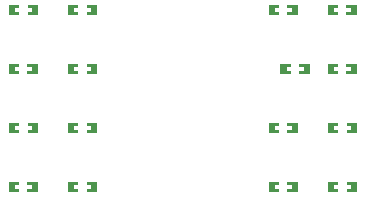
<source format=gbp>
G04 Layer: BottomPasteMaskLayer*
G04 EasyEDA v6.5.20, 2022-10-24 14:32:38*
G04 8d121422a4ac45e995a65f3fcbcb15b0,c6a1bf633b9a4ba285e4988a7d74c357,10*
G04 Gerber Generator version 0.2*
G04 Scale: 100 percent, Rotated: No, Reflected: No *
G04 Dimensions in millimeters *
G04 leading zeros omitted , absolute positions ,4 integer and 5 decimal *
%FSLAX45Y45*%
%MOMM*%

%ADD10C,0.0001*%

%LPD*%
G36*
X8639505Y-4255008D02*
G01*
X8634476Y-4259986D01*
X8634476Y-4284218D01*
X8671458Y-4284218D01*
X8671458Y-4317187D01*
X8634476Y-4317187D01*
X8634476Y-4339996D01*
X8639505Y-4344974D01*
X8719464Y-4344974D01*
X8724493Y-4339996D01*
X8724493Y-4259986D01*
X8719464Y-4255008D01*
G37*
G36*
X8480501Y-4255008D02*
G01*
X8475472Y-4259986D01*
X8475472Y-4339996D01*
X8480501Y-4344974D01*
X8559495Y-4344974D01*
X8564473Y-4339996D01*
X8564473Y-4317187D01*
X8526475Y-4317187D01*
X8526475Y-4284218D01*
X8564473Y-4284218D01*
X8564473Y-4259986D01*
X8559495Y-4255008D01*
G37*
G36*
X8480501Y-3754983D02*
G01*
X8475472Y-3760012D01*
X8475472Y-3839972D01*
X8480501Y-3845001D01*
X8560460Y-3845001D01*
X8565489Y-3839972D01*
X8565489Y-3815791D01*
X8528456Y-3815791D01*
X8528456Y-3782771D01*
X8565489Y-3782771D01*
X8565489Y-3760012D01*
X8560460Y-3754983D01*
G37*
G36*
X8640470Y-3754983D02*
G01*
X8635492Y-3760012D01*
X8635492Y-3782771D01*
X8673490Y-3782771D01*
X8673490Y-3815791D01*
X8635492Y-3815791D01*
X8635492Y-3839972D01*
X8640470Y-3845001D01*
X8719464Y-3845001D01*
X8724493Y-3839972D01*
X8724493Y-3760012D01*
X8719464Y-3754983D01*
G37*
G36*
X8480501Y-5255006D02*
G01*
X8475472Y-5259984D01*
X8475472Y-5339994D01*
X8480501Y-5344972D01*
X8560460Y-5344972D01*
X8565489Y-5339994D01*
X8565489Y-5315813D01*
X8528456Y-5315813D01*
X8528456Y-5282793D01*
X8565489Y-5282793D01*
X8565489Y-5259984D01*
X8560460Y-5255006D01*
G37*
G36*
X8640470Y-5255006D02*
G01*
X8635492Y-5259984D01*
X8635492Y-5282793D01*
X8673490Y-5282793D01*
X8673490Y-5315813D01*
X8635492Y-5315813D01*
X8635492Y-5339994D01*
X8640470Y-5344972D01*
X8719464Y-5344972D01*
X8724493Y-5339994D01*
X8724493Y-5259984D01*
X8719464Y-5255006D01*
G37*
G36*
X8639505Y-4754981D02*
G01*
X8634476Y-4760010D01*
X8634476Y-4784191D01*
X8671458Y-4784191D01*
X8671458Y-4817211D01*
X8634476Y-4817211D01*
X8634476Y-4839970D01*
X8639505Y-4844999D01*
X8719464Y-4844999D01*
X8724493Y-4839970D01*
X8724493Y-4760010D01*
X8719464Y-4754981D01*
G37*
G36*
X8480501Y-4754981D02*
G01*
X8475472Y-4760010D01*
X8475472Y-4839970D01*
X8480501Y-4844999D01*
X8559495Y-4844999D01*
X8564473Y-4839970D01*
X8564473Y-4817211D01*
X8526475Y-4817211D01*
X8526475Y-4784191D01*
X8564473Y-4784191D01*
X8564473Y-4760010D01*
X8559495Y-4754981D01*
G37*
G36*
X10680496Y-4754981D02*
G01*
X10675467Y-4760010D01*
X10675467Y-4839970D01*
X10680496Y-4844999D01*
X10760456Y-4844999D01*
X10765485Y-4839970D01*
X10765485Y-4815789D01*
X10728502Y-4815789D01*
X10728502Y-4782769D01*
X10765485Y-4782769D01*
X10765485Y-4760010D01*
X10760456Y-4754981D01*
G37*
G36*
X10840466Y-4754981D02*
G01*
X10835487Y-4760010D01*
X10835487Y-4782769D01*
X10873486Y-4782769D01*
X10873486Y-4815789D01*
X10835487Y-4815789D01*
X10835487Y-4839970D01*
X10840466Y-4844999D01*
X10919460Y-4844999D01*
X10924489Y-4839970D01*
X10924489Y-4760010D01*
X10919460Y-4754981D01*
G37*
G36*
X10339476Y-4754981D02*
G01*
X10334498Y-4760010D01*
X10334498Y-4784191D01*
X10371480Y-4784191D01*
X10371480Y-4817211D01*
X10334498Y-4817211D01*
X10334498Y-4839970D01*
X10339476Y-4844999D01*
X10419486Y-4844999D01*
X10424464Y-4839970D01*
X10424464Y-4760010D01*
X10419486Y-4754981D01*
G37*
G36*
X10180472Y-4754981D02*
G01*
X10175494Y-4760010D01*
X10175494Y-4839970D01*
X10180472Y-4844999D01*
X10259466Y-4844999D01*
X10264495Y-4839970D01*
X10264495Y-4817211D01*
X10226497Y-4817211D01*
X10226497Y-4784191D01*
X10264495Y-4784191D01*
X10264495Y-4760010D01*
X10259466Y-4754981D01*
G37*
G36*
X10680496Y-5255006D02*
G01*
X10675467Y-5259984D01*
X10675467Y-5339994D01*
X10680496Y-5344972D01*
X10760456Y-5344972D01*
X10765485Y-5339994D01*
X10765485Y-5315813D01*
X10728502Y-5315813D01*
X10728502Y-5282793D01*
X10765485Y-5282793D01*
X10765485Y-5259984D01*
X10760456Y-5255006D01*
G37*
G36*
X10840466Y-5255006D02*
G01*
X10835487Y-5259984D01*
X10835487Y-5282793D01*
X10873486Y-5282793D01*
X10873486Y-5315813D01*
X10835487Y-5315813D01*
X10835487Y-5339994D01*
X10840466Y-5344972D01*
X10919460Y-5344972D01*
X10924489Y-5339994D01*
X10924489Y-5259984D01*
X10919460Y-5255006D01*
G37*
G36*
X10180472Y-3754983D02*
G01*
X10175494Y-3760012D01*
X10175494Y-3839972D01*
X10180472Y-3845001D01*
X10260482Y-3845001D01*
X10265460Y-3839972D01*
X10265460Y-3815791D01*
X10228478Y-3815791D01*
X10228478Y-3782771D01*
X10265460Y-3782771D01*
X10265460Y-3760012D01*
X10260482Y-3754983D01*
G37*
G36*
X10340492Y-3754983D02*
G01*
X10335463Y-3760012D01*
X10335463Y-3782771D01*
X10373461Y-3782771D01*
X10373461Y-3815791D01*
X10335463Y-3815791D01*
X10335463Y-3839972D01*
X10340492Y-3845001D01*
X10419486Y-3845001D01*
X10424464Y-3839972D01*
X10424464Y-3760012D01*
X10419486Y-3754983D01*
G37*
G36*
X10839500Y-4255008D02*
G01*
X10834471Y-4259986D01*
X10834471Y-4284218D01*
X10871454Y-4284218D01*
X10871454Y-4317187D01*
X10834471Y-4317187D01*
X10834471Y-4339996D01*
X10839500Y-4344974D01*
X10919460Y-4344974D01*
X10924489Y-4339996D01*
X10924489Y-4259986D01*
X10919460Y-4255008D01*
G37*
G36*
X10680496Y-4255008D02*
G01*
X10675467Y-4259986D01*
X10675467Y-4339996D01*
X10680496Y-4344974D01*
X10759490Y-4344974D01*
X10764469Y-4339996D01*
X10764469Y-4317187D01*
X10726470Y-4317187D01*
X10726470Y-4284218D01*
X10764469Y-4284218D01*
X10764469Y-4259986D01*
X10759490Y-4255008D01*
G37*
G36*
X10280497Y-4255008D02*
G01*
X10275468Y-4259986D01*
X10275468Y-4339996D01*
X10280497Y-4344974D01*
X10360456Y-4344974D01*
X10365486Y-4339996D01*
X10365486Y-4315764D01*
X10328452Y-4315764D01*
X10328452Y-4282795D01*
X10365486Y-4282795D01*
X10365486Y-4259986D01*
X10360456Y-4255008D01*
G37*
G36*
X10440466Y-4255008D02*
G01*
X10435488Y-4259986D01*
X10435488Y-4282795D01*
X10473486Y-4282795D01*
X10473486Y-4315764D01*
X10435488Y-4315764D01*
X10435488Y-4339996D01*
X10440466Y-4344974D01*
X10519460Y-4344974D01*
X10524490Y-4339996D01*
X10524490Y-4259986D01*
X10519460Y-4255008D01*
G37*
G36*
X10839500Y-3754983D02*
G01*
X10834471Y-3760012D01*
X10834471Y-3784193D01*
X10871454Y-3784193D01*
X10871454Y-3817213D01*
X10834471Y-3817213D01*
X10834471Y-3839972D01*
X10839500Y-3845001D01*
X10919460Y-3845001D01*
X10924489Y-3839972D01*
X10924489Y-3760012D01*
X10919460Y-3754983D01*
G37*
G36*
X10680496Y-3754983D02*
G01*
X10675467Y-3760012D01*
X10675467Y-3839972D01*
X10680496Y-3845001D01*
X10759490Y-3845001D01*
X10764469Y-3839972D01*
X10764469Y-3817213D01*
X10726470Y-3817213D01*
X10726470Y-3784193D01*
X10764469Y-3784193D01*
X10764469Y-3760012D01*
X10759490Y-3754983D01*
G37*
G36*
X10180472Y-5255006D02*
G01*
X10175494Y-5259984D01*
X10175494Y-5339994D01*
X10180472Y-5344972D01*
X10260482Y-5344972D01*
X10265460Y-5339994D01*
X10265460Y-5315813D01*
X10228478Y-5315813D01*
X10228478Y-5282793D01*
X10265460Y-5282793D01*
X10265460Y-5259984D01*
X10260482Y-5255006D01*
G37*
G36*
X10340492Y-5255006D02*
G01*
X10335463Y-5259984D01*
X10335463Y-5282793D01*
X10373461Y-5282793D01*
X10373461Y-5315813D01*
X10335463Y-5315813D01*
X10335463Y-5339994D01*
X10340492Y-5344972D01*
X10419486Y-5344972D01*
X10424464Y-5339994D01*
X10424464Y-5259984D01*
X10419486Y-5255006D01*
G37*
G36*
X8139480Y-5255006D02*
G01*
X8134502Y-5259984D01*
X8134502Y-5284216D01*
X8171484Y-5284216D01*
X8171484Y-5317185D01*
X8134502Y-5317185D01*
X8134502Y-5339994D01*
X8139480Y-5344972D01*
X8219490Y-5344972D01*
X8224469Y-5339994D01*
X8224469Y-5259984D01*
X8219490Y-5255006D01*
G37*
G36*
X7980476Y-5255006D02*
G01*
X7975498Y-5259984D01*
X7975498Y-5339994D01*
X7980476Y-5344972D01*
X8059470Y-5344972D01*
X8064500Y-5339994D01*
X8064500Y-5317185D01*
X8026501Y-5317185D01*
X8026501Y-5284216D01*
X8064500Y-5284216D01*
X8064500Y-5259984D01*
X8059470Y-5255006D01*
G37*
G36*
X7980476Y-4754981D02*
G01*
X7975498Y-4760010D01*
X7975498Y-4839970D01*
X7980476Y-4844999D01*
X8060486Y-4844999D01*
X8065465Y-4839970D01*
X8065465Y-4815789D01*
X8028482Y-4815789D01*
X8028482Y-4782769D01*
X8065465Y-4782769D01*
X8065465Y-4760010D01*
X8060486Y-4754981D01*
G37*
G36*
X8140496Y-4754981D02*
G01*
X8135467Y-4760010D01*
X8135467Y-4782769D01*
X8173466Y-4782769D01*
X8173466Y-4815789D01*
X8135467Y-4815789D01*
X8135467Y-4839970D01*
X8140496Y-4844999D01*
X8219490Y-4844999D01*
X8224469Y-4839970D01*
X8224469Y-4760010D01*
X8219490Y-4754981D01*
G37*
G36*
X8139480Y-4255008D02*
G01*
X8134502Y-4259986D01*
X8134502Y-4284218D01*
X8171484Y-4284218D01*
X8171484Y-4317187D01*
X8134502Y-4317187D01*
X8134502Y-4339996D01*
X8139480Y-4344974D01*
X8219490Y-4344974D01*
X8224469Y-4339996D01*
X8224469Y-4259986D01*
X8219490Y-4255008D01*
G37*
G36*
X7980476Y-4255008D02*
G01*
X7975498Y-4259986D01*
X7975498Y-4339996D01*
X7980476Y-4344974D01*
X8059470Y-4344974D01*
X8064500Y-4339996D01*
X8064500Y-4317187D01*
X8026501Y-4317187D01*
X8026501Y-4284218D01*
X8064500Y-4284218D01*
X8064500Y-4259986D01*
X8059470Y-4255008D01*
G37*
G36*
X7980476Y-3754983D02*
G01*
X7975498Y-3760012D01*
X7975498Y-3839972D01*
X7980476Y-3845001D01*
X8060486Y-3845001D01*
X8065465Y-3839972D01*
X8065465Y-3815791D01*
X8028482Y-3815791D01*
X8028482Y-3782771D01*
X8065465Y-3782771D01*
X8065465Y-3760012D01*
X8060486Y-3754983D01*
G37*
G36*
X8140496Y-3754983D02*
G01*
X8135467Y-3760012D01*
X8135467Y-3782771D01*
X8173466Y-3782771D01*
X8173466Y-3815791D01*
X8135467Y-3815791D01*
X8135467Y-3839972D01*
X8140496Y-3845001D01*
X8219490Y-3845001D01*
X8224469Y-3839972D01*
X8224469Y-3760012D01*
X8219490Y-3754983D01*
G37*
M02*

</source>
